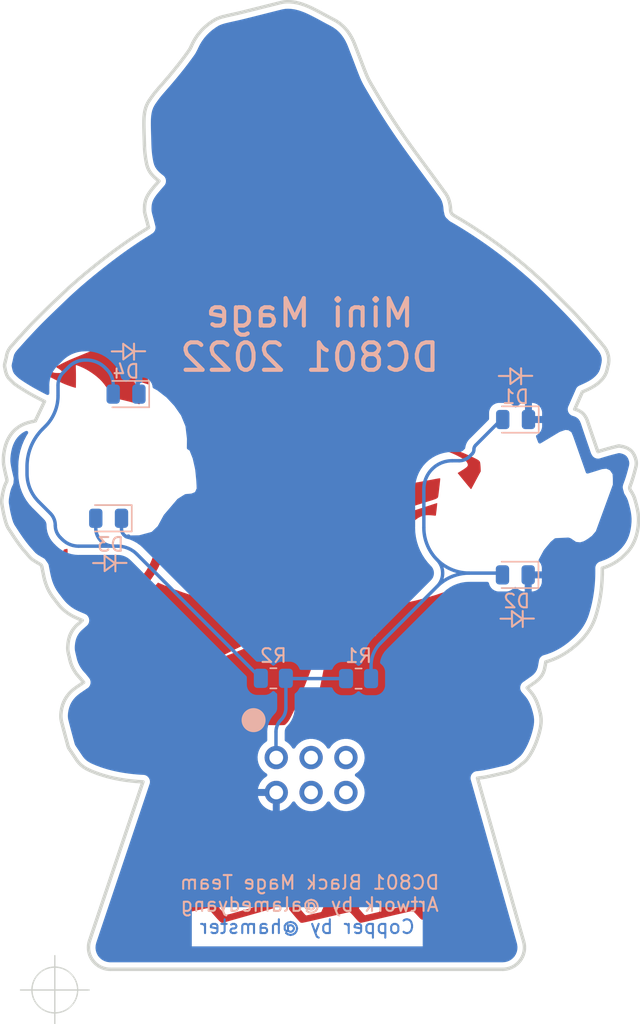
<source format=kicad_pcb>
(kicad_pcb (version 20211014) (generator pcbnew)
  (title_block (title "Mini Mage 2022 SAO") (date "2022-07-11") (rev "1.0") (company "DC801") (comment 1 "@hamster"))
  (layers (0 "F.Cu" signal) (31 "B.Cu" signal) (34 "B.Paste" user) (35 "F.Paste" user) (36 "B.SilkS" user "B.Silkscreen") (37 "F.SilkS" user "F.Silkscreen") (38 "B.Mask" user) (39 "F.Mask" user) (44 "Edge.Cuts" user))
  (net 0 "")
  (net 1 "GND")
  (net 2 "Net-(D1-Pad2)")
  (net 3 "Net-(D3-Pad2)")
  (net 4 "+3V3")
  (footprint "lib_fp:back-soldermask" (layer "F.Cu") (at 134.884562 90.10962)
    (fp_text reference "G***" hide)
    (fp_text value "LOGO" hide)
  )
  (footprint "lib_fp:front-soldermask" (layer "F.Cu") (at 134.885315 90.08479)
    (fp_text reference "G***" hide)
    (fp_text value "LOGO" hide)
  )
  (footprint "common_fp:Badgelife-Shitty-v1.69bis" (layer "F.Cu") (at 134.324562 113.99962)
    (fp_text reference "X1" hide)
    (fp_text value "Badgelife_sao_connector_v169bis" hide)
  )
  (footprint "lib_fp:front-copper" (layer "F.Cu") (at 134.905315 90.10479)
    (fp_text reference "G***" hide)
    (fp_text value "LOGO" hide)
  )
  (footprint "LED_SMD:LED_0805_2012Metric" (layer "B.Cu") (at 149.234562 88.11962 180)
    (fp_text reference "D1")
    (fp_text value "LED")
  )
  (footprint "Resistor_SMD:R_0805_2012Metric" (layer "B.Cu") (at 131.574562 106.95962 180)
    (fp_text reference "R2")
    (fp_text value "R")
  )
  (footprint "LED_SMD:LED_0805_2012Metric" (layer "B.Cu") (at 119.564562 95.30962 180)
    (fp_text reference "D3")
    (fp_text value "LED")
  )
  (footprint "LED_SMD:LED_0805_2012Metric" (layer "B.Cu") (at 149.214562 99.42962 180)
    (fp_text reference "D2")
    (fp_text value "LED")
  )
  (footprint "Resistor_SMD:R_0805_2012Metric" (layer "B.Cu") (at 137.784562 106.97962)
    (fp_text reference "R1")
    (fp_text value "R")
  )
  (footprint "LED_SMD:LED_0805_2012Metric" (layer "B.Cu") (at 120.834562 86.26962 180)
    (fp_text reference "D4")
    (fp_text value "LED")
  )
  (gr_line (start 148.924562 102.61962) (end 148.134562 102.61962) (layer "B.SilkS") (width 0.15))
  (gr_line (start 121.394562 83.17962) (end 120.634562 83.73962) (layer "B.SilkS") (width 0.15))
  (gr_line (start 149.634562 84.38962) (end 149.634562 85.54962) (layer "B.SilkS") (width 0.15))
  (gr_line (start 120.034562 98.58962) (end 119.274562 99.14962) (layer "B.SilkS") (width 0.15))
  (gr_line (start 149.754562 102.05962) (end 149.754562 103.21962) (layer "B.SilkS") (width 0.15))
  (gr_line (start 121.394562 83.14962) (end 122.224562 83.14962) (layer "B.SilkS") (width 0.15))
  (gr_line (start 148.964562 102.06962) (end 148.974562 103.19962) (layer "B.SilkS") (width 0.15))
  (gr_line (start 119.264562 98.01962) (end 120.034562 98.58962) (layer "B.SilkS") (width 0.15))
  (gr_line (start 149.614562 84.96962) (end 148.854562 85.52962) (layer "B.SilkS") (width 0.15))
  (gr_line (start 120.624562 82.60962) (end 121.394562 83.17962) (layer "B.SilkS") (width 0.15))
  (gr_line (start 120.054562 98.00962) (end 120.054562 99.16962) (layer "B.SilkS") (width 0.15))
  (gr_line (start 148.844562 84.39962) (end 149.614562 84.96962) (layer "B.SilkS") (width 0.15))
  (gr_line (start 149.614562 84.93962) (end 150.444562 84.93962) (layer "B.SilkS") (width 0.15))
  (gr_line (start 148.804562 84.94962) (end 148.014562 84.94962) (layer "B.SilkS") (width 0.15))
  (gr_line (start 120.624562 82.60962) (end 120.634562 83.73962) (layer "B.SilkS") (width 0.15))
  (gr_line (start 149.734562 102.60962) (end 150.564562 102.60962) (layer "B.SilkS") (width 0.15))
  (gr_line (start 120.584562 83.15962) (end 119.794562 83.15962) (layer "B.SilkS") (width 0.15))
  (gr_line (start 148.844562 84.39962) (end 148.854562 85.52962) (layer "B.SilkS") (width 0.15))
  (gr_line (start 121.414562 82.59962) (end 121.414562 83.75962) (layer "B.SilkS") (width 0.15))
  (gr_line (start 120.034562 98.55962) (end 120.864562 98.55962) (layer "B.SilkS") (width 0.15))
  (gr_line (start 119.264562 98.01962) (end 119.274562 99.14962) (layer "B.SilkS") (width 0.15))
  (gr_line (start 149.734562 102.63962) (end 148.974562 103.19962) (layer "B.SilkS") (width 0.15))
  (gr_line (start 148.964562 102.06962) (end 149.734562 102.63962) (layer "B.SilkS") (width 0.15))
  (gr_line (start 119.224562 98.56962) (end 118.434562 98.56962) (layer "B.SilkS") (width 0.15))
  (gr_curve (pts (xy 155.554332 99.404131) (xy 155.557583 99.250738) (xy 155.554784 99.097195) (xy 155.554784 98.947247)) (layer "Edge.Cuts") (width 0.25))
  (gr_curve (pts (xy 116.187097 78.973251) (xy 115.636312 79.498908) (xy 115.085398 80.024629) (xy 114.54342 80.559308)) (layer "Edge.Cuts") (width 0.25))
  (gr_curve (pts (xy 150.144585 112.747761) (xy 150.528648 112.19674) (xy 150.780872 111.589757) (xy 150.953084 110.945632)) (layer "Edge.Cuts") (width 0.25))
  (gr_curve (pts (xy 112.121453 92.65422) (xy 111.918064 93.025278) (xy 111.847741 93.43602) (xy 111.786892 93.847128)) (layer "Edge.Cuts") (width 0.25))
  (gr_curve (pts (xy 116.722421 105.53877) (xy 116.83626 106.094399) (xy 117.108401 106.562243) (xy 117.502886 106.964996)) (layer "Edge.Cuts") (width 0.25))
  (gr_curve (pts (xy 117.189404 107.628091) (xy 116.555959 108.064606) (xy 116.18757 108.657959) (xy 116.097309 109.428304)) (layer "Edge.Cuts") (width 0.25))
  (gr_curve (pts (xy 147.077179 114.141108) (xy 147.588841 114.042859) (xy 148.094559 113.914055) (xy 148.603809 113.802951)) (layer "Edge.Cuts") (width 0.25))
  (gr_curve (pts (xy 149.560146 127.513828) (xy 149.860214 127.117297) (xy 149.957021 126.602945) (xy 149.821629 126.124421)) (layer "Edge.Cuts") (width 0.25))
  (gr_curve (pts (xy 154.477417 88.244864) (xy 154.324175 87.779195) (xy 154.034356 87.488213) (xy 153.54653 87.367204)) (layer "Edge.Cuts") (width 0.25))
  (gr_curve (pts (xy 146.459754 114.225729) (xy 146.66689 114.20495) (xy 146.873531 114.180232) (xy 147.077179 114.141108)) (layer "Edge.Cuts") (width 0.25))
  (gr_curve (pts (xy 156.002194 84.067923) (xy 156.072884 83.708233) (xy 156.003659 83.364951) (xy 155.837906 83.047464)) (layer "Edge.Cuts") (width 0.25))
  (gr_curve (pts (xy 111.781875 94.264975) (xy 111.833831 94.598374) (xy 111.88878 94.933065) (xy 111.974133 95.258971)) (layer "Edge.Cuts") (width 0.25))
  (gr_curve (pts (xy 155.962813 90.241555) (xy 155.721462 90.308541) (xy 155.482566 90.384311) (xy 155.246297 90.45513)) (layer "Edge.Cuts") (width 0.25))
  (gr_curve (pts (xy 155.500309 82.587953) (xy 154.642523 81.577269) (xy 153.759696 80.589431) (xy 152.821661 79.651612)) (layer "Edge.Cuts") (width 0.25))
  (gr_curve (pts (xy 117.736227 107.254513) (xy 117.537122 107.390487) (xy 117.3628 107.508611) (xy 117.189404 107.628091)) (layer "Edge.Cuts") (width 0.25))
  (gr_curve (pts (xy 116.582831 104.729388) (xy 116.572711 105.009991) (xy 116.667451 105.270461) (xy 116.722421 105.53877)) (layer "Edge.Cuts") (width 0.25))
  (gr_curve (pts (xy 152.821661 79.651612) (xy 152.058594 78.888738) (xy 151.300156 78.121085) (xy 150.488857 77.408725)) (layer "Edge.Cuts") (width 0.25))
  (gr_curve (pts (xy 117.502886 106.964996) (xy 117.585849 107.049702) (xy 117.652834 107.150062) (xy 117.736227 107.254513)) (layer "Edge.Cuts") (width 0.25))
  (gr_curve (pts (xy 122.06471 114.49563) (xy 122.06471 114.49563) (xy 118.178254 126.050007) (xy 118.178254 126.050007)) (layer "Edge.Cuts") (width 0.25))
  (gr_curve (pts (xy 137.521647 60.853642) (xy 137.221364 60.055392) (xy 136.751367 59.402288) (xy 135.970364 59.005413)) (layer "Edge.Cuts") (width 0.25))
  (gr_curve (pts (xy 121.54338 114.463311) (xy 121.717099 114.478556) (xy 121.890883 114.488266) (xy 122.06471 114.49563)) (layer "Edge.Cuts") (width 0.25))
  (gr_curve (pts (xy 149.397903 113.428146) (xy 149.658051 113.213646) (xy 149.945157 113.033898) (xy 150.144585 112.747761)) (layer "Edge.Cuts") (width 0.25))
  (gr_curve (pts (xy 117.637762 102.743118) (xy 117.550278 102.821214) (xy 117.472591 102.898556) (xy 117.386851 102.965628)) (layer "Edge.Cuts") (width 0.25))
  (gr_curve (pts (xy 114.135262 98.401307) (xy 114.276382 98.48048) (xy 114.408566 98.576662) (xy 114.553131 98.64832)) (layer "Edge.Cuts") (width 0.25))
  (gr_curve (pts (xy 154.101083 86.112651) (xy 154.493156 85.936241) (xy 154.890936 85.76896) (xy 155.227759 85.49374)) (layer "Edge.Cuts") (width 0.25))
  (gr_curve (pts (xy 158.00823 91.554223) (xy 158.083915 91.252432) (xy 158.004376 90.971097) (xy 157.885219 90.71644)) (layer "Edge.Cuts") (width 0.25))
  (gr_curve (pts (xy 116.686894 112.087681) (xy 116.869312 112.364365) (xy 117.057737 112.637109) (xy 117.240219 112.91375)) (layer "Edge.Cuts") (width 0.25))
  (gr_curve (pts (xy 123.073111 70.630672) (xy 123.121966 70.669473) (xy 123.170607 70.708553) (xy 123.232382 70.757947)) (layer "Edge.Cuts") (width 0.25))
  (gr_curve (pts (xy 111.910807 91.380891) (xy 111.962355 91.742239) (xy 112.054468 92.098053) (xy 112.135944 92.454706)) (layer "Edge.Cuts") (width 0.25))
  (gr_curve (pts (xy 116.123169 110.07764) (xy 116.276583 110.692611) (xy 116.445134 111.303814) (xy 116.610262 111.915792)) (layer "Edge.Cuts") (width 0.25))
  (gr_curve (pts (xy 119.6829 128.143591) (xy 119.6829 128.143591) (xy 148.294073 128.143591) (xy 148.294073 128.143591)) (layer "Edge.Cuts") (width 0.25))
  (gr_curve (pts (xy 112.492792 82.752047) (xy 112.301481 82.965535) (xy 112.162062 83.20428) (xy 112.120721 83.496381)) (layer "Edge.Cuts") (width 0.25))
  (gr_curve (pts (xy 151.046338 109.572567) (xy 150.90987 108.939919) (xy 150.714339 108.350183) (xy 150.269771 107.86479)) (layer "Edge.Cuts") (width 0.25))
  (gr_curve (pts (xy 122.188539 73.011255) (xy 122.225531 73.246576) (xy 122.303541 73.475438) (xy 122.363184 73.707272)) (layer "Edge.Cuts") (width 0.25))
  (gr_curve (pts (xy 118.62082 76.874456) (xy 117.782628 77.542589) (xy 116.962954 78.232792) (xy 116.187097 78.973251)) (layer "Edge.Cuts") (width 0.25))
  (gr_curve (pts (xy 135.970364 59.005413) (xy 135.587355 58.810765) (xy 135.214402 58.596394) (xy 134.833159 58.398129)) (layer "Edge.Cuts") (width 0.25))
  (gr_curve (pts (xy 123.227494 63.980001) (xy 122.961834 64.279919) (xy 122.714541 64.601109) (xy 122.496703 64.937114)) (layer "Edge.Cuts") (width 0.25))
  (gr_curve (pts (xy 155.695043 98.895506) (xy 156.3444 98.678702) (xy 156.896347 98.312467) (xy 157.3556 97.806834)) (layer "Edge.Cuts") (width 0.25))
  (gr_curve (pts (xy 127.889376 58.794982) (xy 127.68661 58.846938) (xy 127.480658 58.918704) (xy 127.301276 59.02421)) (layer "Edge.Cuts") (width 0.25))
  (gr_curve (pts (xy 153.994177 104.209953) (xy 154.480603 103.72019) (xy 154.848324 103.146538) (xy 155.060973 102.479589)) (layer "Edge.Cuts") (width 0.25))
  (gr_curve (pts (xy 122.136088 66.353048) (xy 122.125429 66.93008) (xy 122.159988 67.507865) (xy 122.172175 68.085393)) (layer "Edge.Cuts") (width 0.25))
  (gr_curve (pts (xy 148.603809 113.802951) (xy 148.8983 113.7387) (xy 149.164003 113.620985) (xy 149.397903 113.428146)) (layer "Edge.Cuts") (width 0.25))
  (gr_curve (pts (xy 122.363184 73.707272) (xy 122.401145 73.854765) (xy 122.43762 74.002645) (xy 122.472781 74.142452)) (layer "Edge.Cuts") (width 0.25))
  (gr_curve (pts (xy 127.301276 59.02421) (xy 126.525333 59.480556) (xy 125.945653 60.117317) (xy 125.588138 60.950298)) (layer "Edge.Cuts") (width 0.25))
  (gr_curve (pts (xy 155.912105 84.459199) (xy 155.937556 84.327877) (xy 155.976399 84.199181) (xy 156.002194 84.067923)) (layer "Edge.Cuts") (width 0.25))
  (gr_curve (pts (xy 122.192996 72.48928) (xy 122.189185 72.663558) (xy 122.161904 72.84167) (xy 122.188539 73.011255)) (layer "Edge.Cuts") (width 0.25))
  (gr_curve (pts (xy 156.783327 90.044711) (xy 156.749651 90.040534) (xy 156.713068 90.04975) (xy 156.67922 90.058233)) (layer "Edge.Cuts") (width 0.25))
  (gr_curve (pts (xy 114.885131 86.805051) (xy 114.885131 86.805051) (xy 114.216093 88.223569) (xy 114.216093 88.223569)) (layer "Edge.Cuts") (width 0.25))
  (gr_curve (pts (xy 144.495209 72.856678) (xy 144.473398 72.421153) (xy 144.380811 72.002531) (xy 144.120706 71.644305)) (layer "Edge.Cuts") (width 0.25))
  (gr_curve (pts (xy 157.3556 97.806834) (xy 157.923481 97.181592) (xy 158.1478 96.423607) (xy 158.194395 95.600229)) (layer "Edge.Cuts") (width 0.25))
  (gr_curve (pts (xy 113.545376 97.831703) (xy 113.729538 98.034318) (xy 113.888163 98.262728) (xy 114.135262 98.401307)) (layer "Edge.Cuts") (width 0.25))
  (gr_curve (pts (xy 125.391143 61.297822) (xy 124.726713 62.237558) (xy 123.99026 63.118878) (xy 123.227494 63.980001)) (layer "Edge.Cuts") (width 0.25))
  (gr_curve (pts (xy 137.787329 61.54335) (xy 137.698811 61.313411) (xy 137.608399 61.084226) (xy 137.521647 60.853642)) (layer "Edge.Cuts") (width 0.25))
  (gr_curve (pts (xy 138.359301 63.020715) (xy 138.1597 62.531899) (xy 137.977046 62.036192) (xy 137.787329 61.54335)) (layer "Edge.Cuts") (width 0.25))
  (gr_curve (pts (xy 114.841378 99.563101) (xy 114.963485 100.136408) (xy 115.185844 100.664326) (xy 115.553393 101.126421)) (layer "Edge.Cuts") (width 0.25))
  (gr_curve (pts (xy 148.294073 128.143591) (xy 148.791545 128.143591) (xy 149.260078 127.910703) (xy 149.560146 127.513828)) (layer "Edge.Cuts") (width 0.25))
  (gr_curve (pts (xy 114.54342 80.559308) (xy 114.187176 80.910729) (xy 113.842171 81.273929) (xy 113.500525 81.639669)) (layer "Edge.Cuts") (width 0.25))
  (gr_curve (pts (xy 138.690482 63.680386) (xy 138.566157 63.468491) (xy 138.452081 63.24794) (xy 138.359301 63.020715)) (layer "Edge.Cuts") (width 0.25))
  (gr_curve (pts (xy 118.178254 126.050007) (xy 118.015301 126.534387) (xy 118.095572 127.067688) (xy 118.393745 127.482478)) (layer "Edge.Cuts") (width 0.25))
  (gr_curve (pts (xy 133.206321 57.760506) (xy 132.84127 57.69324) (xy 132.477252 57.675649) (xy 132.116809 57.764188)) (layer "Edge.Cuts") (width 0.25))
  (gr_curve (pts (xy 122.338853 69.529964) (xy 122.441474 69.996193) (xy 122.710256 70.342598) (xy 123.073111 70.630672)) (layer "Edge.Cuts") (width 0.25))
  (gr_curve (pts (xy 111.915243 90.66724) (xy 111.885012 90.902023) (xy 111.877519 91.147422) (xy 111.910807 91.380891)) (layer "Edge.Cuts") (width 0.25))
  (gr_curve (pts (xy 116.097309 109.428304) (xy 116.071342 109.649974) (xy 116.070674 109.867166) (xy 116.123169 110.07764)) (layer "Edge.Cuts") (width 0.25))
  (gr_curve (pts (xy 122.172175 68.085393) (xy 122.182446 68.572314) (xy 122.233885 69.05312) (xy 122.338853 69.529964)) (layer "Edge.Cuts") (width 0.25))
  (gr_curve (pts (xy 115.553393 101.126421) (xy 115.654334 101.253329) (xy 115.747589 101.386331) (xy 115.847432 101.514101)) (layer "Edge.Cuts") (width 0.25))
  (gr_curve (pts (xy 111.97747 84.23979) (xy 112.040838 84.563155) (xy 112.079251 84.901011) (xy 112.323939 85.154699)) (layer "Edge.Cuts") (width 0.25))
  (gr_curve (pts (xy 112.120721 83.496381) (xy 112.098091 83.656126) (xy 112.045381 83.811414) (xy 112.011856 83.96991)) (layer "Edge.Cuts") (width 0.25))
  (gr_curve (pts (xy 116.610262 111.915792) (xy 116.626454 111.97578) (xy 116.652744 112.035897) (xy 116.686894 112.087681)) (layer "Edge.Cuts") (width 0.25))
  (gr_curve (pts (xy 144.730639 73.261907) (xy 144.555111 73.160879) (xy 144.504102 73.034337) (xy 144.495209 72.856678)) (layer "Edge.Cuts") (width 0.25))
  (gr_curve (pts (xy 156.67922 90.058233) (xy 156.440131 90.118178) (xy 156.200287 90.175625) (xy 155.962813 90.241555)) (layer "Edge.Cuts") (width 0.25))
  (gr_curve (pts (xy 144.120706 71.644305) (xy 143.486809 70.771254) (xy 142.844104 69.904554) (xy 142.203876 69.036131)) (layer "Edge.Cuts") (width 0.25))
  (gr_curve (pts (xy 132.116809 57.764188) (xy 131.166264 57.997679) (xy 130.218777 58.243659) (xy 129.26834 58.47756)) (layer "Edge.Cuts") (width 0.25))
  (gr_curve (pts (xy 151.361306 106.195814) (xy 151.38764 106.051572) (xy 151.414598 105.907438) (xy 151.441276 105.763347)) (layer "Edge.Cuts") (width 0.25))
  (gr_curve (pts (xy 155.227759 85.49374) (xy 155.562019 85.22063) (xy 155.826861 84.899203) (xy 155.912105 84.459199)) (layer "Edge.Cuts") (width 0.25))
  (gr_curve (pts (xy 155.060973 102.479589) (xy 155.380161 101.478488) (xy 155.532133 100.452022) (xy 155.554332 99.404131)) (layer "Edge.Cuts") (width 0.25))
  (gr_curve (pts (xy 111.974133 95.258971) (xy 112.04691 95.536775) (xy 112.116824 95.833677) (xy 112.270195 96.068439)) (layer "Edge.Cuts") (width 0.25))
  (gr_curve (pts (xy 157.623715 93.296149) (xy 157.549688 93.182762) (xy 157.529728 93.093233) (xy 157.579295 92.967896)) (layer "Edge.Cuts") (width 0.25))
  (gr_curve (pts (xy 158.194395 95.600229) (xy 158.228437 94.998801) (xy 158.079307 94.424203) (xy 157.907203 93.85757)) (layer "Edge.Cuts") (width 0.25))
  (gr_curve (pts (xy 118.150801 113.645833) (xy 119.230494 114.128706) (xy 120.370885 114.360453) (xy 121.54338 114.463311)) (layer "Edge.Cuts") (width 0.25))
  (gr_curve (pts (xy 116.755904 103.799513) (xy 116.635993 104.090753) (xy 116.59435 104.410049) (xy 116.582831 104.729388)) (layer "Edge.Cuts") (width 0.25))
  (gr_curve (pts (xy 117.240219 112.91375) (xy 117.465809 113.255719) (xy 117.784867 113.482191) (xy 118.150801 113.645833)) (layer "Edge.Cuts") (width 0.25))
  (gr_curve (pts (xy 118.393745 127.482478) (xy 118.69209 127.897612) (xy 119.17182 128.143591) (xy 119.6829 128.143591)) (layer "Edge.Cuts") (width 0.25))
  (gr_curve (pts (xy 122.200619 72.447723) (xy 122.199068 72.461697) (xy 122.193298 72.475392) (xy 122.192996 72.48928)) (layer "Edge.Cuts") (width 0.25))
  (gr_curve (pts (xy 122.496703 64.937114) (xy 122.221225 65.362088) (xy 122.145239 65.858246) (xy 122.136088 66.353048)) (layer "Edge.Cuts") (width 0.25))
  (gr_curve (pts (xy 134.833159 58.398129) (xy 134.313897 58.128076) (xy 133.790824 57.868208) (xy 133.206321 57.760506)) (layer "Edge.Cuts") (width 0.25))
  (gr_curve (pts (xy 112.270195 96.068439) (xy 112.666661 96.675228) (xy 113.054601 97.291771) (xy 113.545376 97.831703)) (layer "Edge.Cuts") (width 0.25))
  (gr_curve (pts (xy 113.500525 81.639669) (xy 113.159009 82.005236) (xy 112.826686 82.379438) (xy 112.492792 82.752047)) (layer "Edge.Cuts") (width 0.25))
  (gr_curve (pts (xy 122.830124 71.229128) (xy 122.523446 71.585394) (xy 122.254362 71.960845) (xy 122.200619 72.447723)) (layer "Edge.Cuts") (width 0.25))
  (gr_curve (pts (xy 117.091197 102.505449) (xy 117.26201 102.584299) (xy 117.436202 102.655763) (xy 117.637762 102.743118)) (layer "Edge.Cuts") (width 0.25))
  (gr_curve (pts (xy 142.203876 69.036131) (xy 141.358321 67.889194) (xy 140.543986 66.720661) (xy 139.789231 65.511885)) (layer "Edge.Cuts") (width 0.25))
  (gr_curve (pts (xy 111.786892 93.847128) (xy 111.76663 93.984049) (xy 111.760687 94.128958) (xy 111.781875 94.264975)) (layer "Edge.Cuts") (width 0.25))
  (gr_curve (pts (xy 139.789231 65.511885) (xy 139.412208 64.908089) (xy 139.05071 64.294453) (xy 138.690482 63.680386)) (layer "Edge.Cuts") (width 0.25))
  (gr_curve (pts (xy 149.821629 126.124421) (xy 149.821629 126.124421) (xy 146.459754 114.225729) (xy 146.459754 114.225729)) (layer "Edge.Cuts") (width 0.25))
  (gr_curve (pts (xy 150.953084 110.945632) (xy 151.073662 110.494626) (xy 151.149584 110.051199) (xy 151.046338 109.572567)) (layer "Edge.Cuts") (width 0.25))
  (gr_curve (pts (xy 112.011856 83.96991) (xy 111.993016 84.058901) (xy 111.96089 84.15517) (xy 111.97747 84.23979)) (layer "Edge.Cuts") (width 0.25))
  (gr_curve (pts (xy 114.216093 88.223569) (xy 114.024115 88.268958) (xy 113.828132 88.301557) (xy 113.64059 88.360856)) (layer "Edge.Cuts") (width 0.25))
  (gr_curve (pts (xy 117.386851 102.965628) (xy 117.102372 103.188159) (xy 116.890068 103.473693) (xy 116.755904 103.799513)) (layer "Edge.Cuts") (width 0.25))
  (gr_curve (pts (xy 122.472781 74.142452) (xy 122.408358 74.1867) (xy 122.368976 74.216543) (xy 122.327032 74.242187)) (layer "Edge.Cuts") (width 0.25))
  (gr_curve (pts (xy 113.64059 88.360856) (xy 112.87552 88.602723) (xy 112.36345 89.116732) (xy 112.095572 89.86464)) (layer "Edge.Cuts") (width 0.25))
  (gr_curve (pts (xy 157.885219 90.71644) (xy 157.673669 90.264336) (xy 157.251881 90.102847) (xy 156.783327 90.044711)) (layer "Edge.Cuts") (width 0.25))
  (gr_curve (pts (xy 157.579295 92.967896) (xy 157.760808 92.508708) (xy 157.888212 92.032897) (xy 158.00823 91.554223)) (layer "Edge.Cuts") (width 0.25))
  (gr_curve (pts (xy 151.441276 105.763347) (xy 152.438351 105.487696) (xy 153.273614 104.935447) (xy 153.994177 104.209953)) (layer "Edge.Cuts") (width 0.25))
  (gr_curve (pts (xy 114.700366 98.859246) (xy 114.745109 99.094309) (xy 114.791532 99.329093) (xy 114.841378 99.563101)) (layer "Edge.Cuts") (width 0.25))
  (gr_curve (pts (xy 114.553131 98.64832) (xy 114.648539 98.695583) (xy 114.682451 98.765131) (xy 114.700366 98.859246)) (layer "Edge.Cuts") (width 0.25))
  (gr_curve (pts (xy 112.135944 92.454706) (xy 112.152438 92.526924) (xy 112.159651 92.584522) (xy 112.121453 92.65422)) (layer "Edge.Cuts") (width 0.25))
  (gr_curve (pts (xy 150.269771 107.86479) (xy 150.209223 107.798688) (xy 150.152681 107.728946) (xy 150.082831 107.647556)) (layer "Edge.Cuts") (width 0.25))
  (gr_curve (pts (xy 157.907203 93.85757) (xy 157.847022 93.659413) (xy 157.73792 93.471052) (xy 157.623715 93.296149)) (layer "Edge.Cuts") (width 0.25))
  (gr_curve (pts (xy 112.323939 85.154699) (xy 112.464994 85.300965) (xy 112.603207 85.456339) (xy 112.767409 85.57274)) (layer "Edge.Cuts") (width 0.25))
  (gr_curve (pts (xy 115.847432 101.514101) (xy 116.182963 101.943446) (xy 116.595922 102.276803) (xy 117.091197 102.505449)) (layer "Edge.Cuts") (width 0.25))
  (gr_curve (pts (xy 155.554784 98.947247) (xy 155.616451 98.924402) (xy 155.655359 98.908748) (xy 155.695043 98.895506)) (layer "Edge.Cuts") (width 0.25))
  (gr_curve (pts (xy 125.588138 60.950298) (xy 125.535902 61.072039) (xy 125.46771 61.189517) (xy 125.391143 61.297822)) (layer "Edge.Cuts") (width 0.25))
  (gr_curve (pts (xy 112.095572 89.86464) (xy 112.003674 90.121235) (xy 111.950168 90.396068) (xy 111.915243 90.66724)) (layer "Edge.Cuts") (width 0.25))
  (gr_curve (pts (xy 155.246297 90.45513) (xy 155.225562 90.420614) (xy 155.211114 90.403905) (xy 155.204483 90.384527)) (layer "Edge.Cuts") (width 0.25))
  (gr_curve (pts (xy 155.204483 90.384527) (xy 154.961044 89.671672) (xy 154.712911 88.960346) (xy 154.477417 88.244864)) (layer "Edge.Cuts") (width 0.25))
  (gr_curve (pts (xy 150.488857 77.408725) (xy 148.703286 75.840884) (xy 146.790913 74.447687) (xy 144.730639 73.261907)) (layer "Edge.Cuts") (width 0.25))
  (gr_curve (pts (xy 123.232382 70.757947) (xy 123.093652 70.920534) (xy 122.962501 71.075348) (xy 122.830124 71.229128)) (layer "Edge.Cuts") (width 0.25))
  (gr_curve (pts (xy 150.082831 107.647556) (xy 150.287212 107.503443) (xy 150.474431 107.368374) (xy 150.664794 107.237891)) (layer "Edge.Cuts") (width 0.25))
  (gr_curve (pts (xy 150.664794 107.237891) (xy 151.036498 106.983104) (xy 151.279507 106.643719) (xy 151.361306 106.195814)) (layer "Edge.Cuts") (width 0.25))
  (gr_curve (pts (xy 122.327032 74.242187) (xy 121.031138 75.034452) (xy 119.807418 75.928562) (xy 118.62082 76.874456)) (layer "Edge.Cuts") (width 0.25))
  (gr_curve (pts (xy 129.26834 58.47756) (xy 128.810357 58.590257) (xy 128.346152 58.677935) (xy 127.889376 58.794982)) (layer "Edge.Cuts") (width 0.25))
  (gr_curve (pts (xy 153.54653 87.367204) (xy 153.54653 87.367204) (xy 154.101083 86.112651) (xy 154.101083 86.112651)) (layer "Edge.Cuts") (width 0.25))
  (gr_curve (pts (xy 112.767409 85.57274) (xy 113.435843 86.046527) (xy 114.155761 86.434746) (xy 114.885131 86.805051)) (layer "Edge.Cuts") (width 0.25))
  (gr_curve (pts (xy 155.837906 83.047464) (xy 155.750918 82.880829) (xy 155.623255 82.732797) (xy 155.500309 82.587953)) (layer "Edge.Cuts") (width 0.25))
  (gr_text "Copper by @hamster" (at 134.044562 125.04962) (layer "B.Cu") (effects (font (size 1 1)) (justify mirror)))
  (gr_text "DC801 Black Mage Team\nArtwork by @alamedyang" (at 134.214562 122.62962) (layer "B.SilkS") (effects (font (size 1 1)) (justify mirror)))
  (gr_text "Mini Mage\nDC801 2022" (at 134.224562 81.97962) (layer "B.SilkS") (effects (font (size 2 2) (thickness 0.3)) (justify mirror)))
  (target plus (at 115.64 129.65) (size 5) (width 0.1) (layer "Edge.Cuts"))
  (segment (start 120.502062 96.073722) (end 120.502062 95.30962) (width 0.25) (layer "B.Cu") (net 1))
  (segment (start 121.137959 96.70962) (end 121.544562 96.70962) (width 0.25) (layer "B.Cu") (net 1))
  (arc (start 120.688312 96.52337) (mid 120.894611 96.661215) (end 121.137959 96.70962) (width 0.25) (layer "B.Cu") (net 1))
  (arc (start 120.688312 96.52337) (mid 120.550466 96.317069) (end 120.502062 96.073722) (width 0.25) (layer "B.Cu") (net 1))
  (segment (start 146.325376 89.988805) (end 148.158322 88.155859) (width 0.25) (layer "B.Cu") (net 2))
  (segment (start 143.514561 100.269619) (end 139.366161 104.41802) (width 0.25) (layer "B.Cu") (net 2))
  (segment (start 145.879561 90.804619) (end 146.063747 90.620434) (width 0.25) (layer "B.Cu") (net 2))
  (segment (start 148.245812 88.11962) (end 148.297062 88.11962) (width 0.25) (layer "B.Cu") (net 2))
  (segment (start 148.212062 99.36462) (end 148.277062 99.42962) (width 0.25) (layer "B.Cu") (net 2))
  (segment (start 145.856349 99.29962) (end 148.055138 99.29962) (width 0.25) (layer "B.Cu") (net 2))
  (segment (start 138.697062 106.03337) (end 138.697062 106.97962) (width 0.25) (layer "B.Cu") (net 2))
  (segment (start 145.119084 91.11962) (end 144.610161 91.11962) (width 0.25) (layer "B.Cu") (net 2))
  (segment (start 142.544562 95.987832) (end 142.544562 93.185219) (width 0.25) (layer "B.Cu") (net 2))
  (arc (start 143.514561 100.269619) (mid 143.916348 99.299619) (end 143.514562 98.32962) (width 0.25) (layer "B.Cu") (net 2))
  (arc (start 146.194562 90.30462) (mid 146.160564 90.475537) (end 146.063747 90.620434) (width 0.25) (layer "B.Cu") (net 2))
  (arc (start 142.544562 95.987832) (mid 142.796656 97.255198) (end 143.514562 98.32962) (width 0.25) (layer "B.Cu") (net 2))
  (arc (start 145.119084 91.11962) (mid 145.530651 91.037753) (end 145.879561 90.804619) (width 0.25) (layer "B.Cu") (net 2))
  (arc (start 144.610161 91.11962) (mid 143.81969 91.276854) (end 143.149562 91.72462) (width 0.25) (layer "B.Cu") (net 2))
  (arc (start 145.856349 99.29962) (mid 144.588982 99.551714) (end 143.514561 100.269619) (width 0.25) (layer "B.Cu") (net 2))
  (arc (start 145.856349 99.29962) (mid 144.588983 99.047525) (end 143.514562 98.32962) (width 0.25) (layer "B.Cu") (net 2))
  (arc (start 148.245812 88.11962) (mid 148.198462 88.129038) (end 148.158322 88.155859) (width 0.25) (layer "B.Cu") (net 2))
  (arc (start 146.325376 89.988805) (mid 146.228559 90.133702) (end 146.194562 90.30462) (width 0.25) (layer "B.Cu") (net 2))
  (arc (start 142.544562 93.185219) (mid 142.701796 92.394748) (end 143.149562 91.72462) (width 0.25) (layer "B.Cu") (net 2))
  (arc (start 148.055138 99.29962) (mid 148.140064 99.316512) (end 148.212062 99.36462) (width 0.25) (layer "B.Cu") (net 2))
  (arc (start 139.366161 104.41802) (mid 138.870955 105.159148) (end 138.697062 106.03337) (width 0.25) (layer "B.Cu") (net 2))
  (segment (start 119.937266 97.33962) (end 118.851857 97.33962) (width 0.25) (layer "B.Cu") (net 3))
  (segment (start 121.624541 97.922099) (end 130.662062 106.95962) (width 0.25) (layer "B.Cu") (net 3))
  (segment (start 118.851857 97.33962) (end 117.381668 97.33962) (width 0.25) (layer "B.Cu") (net 3))
  (segment (start 117.850178 83.78962) (end 117.949562 83.78962) (width 0.25) (layer "B.Cu") (net 3))
  (segment (start 119.897062 85.60587) (end 119.897062 86.26962) (width 0.25) (layer "B.Cu") (net 3))
  (segment (start 113.614562 91.547681) (end 113.614562 92.05048) (width 0.25) (layer "B.Cu") (net 3))
  (segment (start 116.268624 84.675556) (end 116.662686 84.281494) (width 0.25) (layer "B.Cu") (net 3))
  (segment (start 116.174562 96.83962) (end 116.038721 96.703779) (width 0.25) (layer "B.Cu") (net 3))
  (segment (start 114.462482 94.09754) (end 115.310402 94.94546) (width 0.25) (layer "B.Cu") (net 3))
  (segment (start 114.744561 88.819619) (end 114.948251 88.61593) (width 0.25) (layer "B.Cu") (net 3))
  (segment (start 119.937266 97.33962) (end 120.218312 97.33962) (width 0.25) (layer "B.Cu") (net 3))
  (segment (start 115.874562 86.379619) (end 115.874562 85.626905) (width 0.25) (layer "B.Cu") (net 3))
  (segment (start 119.306711 84.351769) (end 119.427719 84.472777) (width 0.25) (layer "B.Cu") (net 3))
  (segment (start 118.627062 96.029415) (end 118.627062 95.30962) (width 0.25) (layer "B.Cu") (net 3))
  (arc (start 119.010812 96.95587) (mid 118.726795 96.530808) (end 118.627062 96.029415) (width 0.25) (layer "B.Cu") (net 3))
  (arc (start 119.010812 96.95587) (mid 119.059541 97.200849) (end 118.851857 97.33962) (width 0.25) (layer "B.Cu") (net 3))
  (arc (start 114.744561 88.819619) (mid 113.908239 90.071264) (end 113.614562 91.547681) (width 0.25) (layer "B.Cu") (net 3))
  (arc (start 115.674562 95.82462) (mid 115.769203 96.300417) (end 116.038721 96.703779) (width 0.25) (layer "B.Cu") (net 3))
  (arc (start 119.937266 97.33962) (mid 119.435872 97.239886) (end 119.010812 96.95587) (width 0.25) (layer "B.Cu") (net 3))
  (arc (start 117.850178 83.78962) (mid 117.207512 83.917453) (end 116.662686 84.281494) (width 0.25) (layer "B.Cu") (net 3))
  (arc (start 121.624541 97.922099) (mid 120.979357 97.491001) (end 120.218312 97.33962) (width 0.25) (layer "B.Cu") (net 3))
  (arc (start 117.949562 83.78962) (mid 118.684045 83.935717) (end 119.306711 84.351769) (width 0.25) (layer "B.Cu") (net 3))
  (arc (start 116.174562 96.83962) (mid 116.728387 97.209674) (end 117.381668 97.33962) (width 0.25) (layer "B.Cu") (net 3))
  (arc (start 115.310402 94.94546) (mid 115.579919 95.348822) (end 115.674562 95.82462) (width 0.25) (layer "B.Cu") (net 3))
  (arc (start 115.874562 86.379619) (mid 115.633821 87.589901) (end 114.948251 88.61593) (width 0.25) (layer "B.Cu") (net 3))
  (arc (start 113.614562 92.05048) (mid 113.834929 93.15834) (end 114.462482 94.09754) (width 0.25) (layer "B.Cu") (net 3))
  (arc (start 116.268624 84.675556) (mid 115.976975 85.112038) (end 115.874562 85.626905) (width 0.25) (layer "B.Cu") (net 3))
  (arc (start 119.897062 85.60587) (mid 119.775083 84.992644) (end 119.427719 84.472777) (width 0.25) (layer "B.Cu") (net 3))
  (segment (start 132.487062 109.116235) (end 132.487062 106.973762) (width 0.25) (layer "B.Cu") (net 4))
  (segment (start 131.764562 110.860504) (end 131.764562 112.70962) (width 0.25) (layer "B.Cu") (net 4))
  (segment (start 131.764562 112.70962) (end 131.784562 112.72962) (width 0.25) (layer "B.Cu") (net 4))
  (segment (start 132.521204 106.97962) (end 136.872062 106.97962) (width 0.25) (layer "B.Cu") (net 4))
  (arc (start 132.497062 106.96962) (mid 132.490678 106.96835) (end 132.487062 106.973762) (width 0.25) (layer "B.Cu") (net 4))
  (arc (start 131.764562 110.860504) (mid 131.858447 110.388508) (end 132.125812 109.98837) (width 0.25) (layer "B.Cu") (net 4))
  (arc (start 132.487062 109.116235) (mid 132.393176 109.588231) (end 132.125812 109.98837) (width 0.25) (layer "B.Cu") (net 4))
  (arc (start 132.497062 106.96962) (mid 132.508138 106.977021) (end 132.521204 106.97962) (width 0.25) (layer "B.Cu") (net 4))
  (zone (net 0) (net_name "") (layer "B.Cu") (connect_pads (clearance 0)) (min_thickness 0.254)
    (keepout (tracks allowed) (vias allowed) (pads allowed) (copperpour not_allowed) (footprints allowed))
    (fill (thermal_gap 0.508) (thermal_bridge_width 0.508))
    (polygon (pts (xy 118.034562 84.31962) (xy 118.564562 84.73962) (xy 119.484562 85.71962) (xy 120.044562 86.47962) (xy 120.524562 87.14962) (xy 121.004562 87.43962) (xy 121.524562 87.50962) (xy 121.724562 87.32962) (xy 121.634562 86.30962) (xy 121.684562 85.80962) (xy 121.884562 85.45962) (xy 122.094562 85.47962) (xy 122.324562 85.57962) (xy 123.114562 85.99962) (xy 123.784562 86.51962) (xy 124.354562 87.12962) (xy 124.844562 87.82962) (xy 125.164562 88.60962) (xy 125.274562 89.51962) (xy 125.264562 90.25962) (xy 125.464562 90.37962) (xy 125.694562 90.95962) (xy 125.874562 91.74962) (xy 125.954562 92.56962) (xy 125.984562 93.12962) (xy 125.864562 93.39962) (xy 125.604562 93.50962) (xy 125.144562 93.54962) (xy 124.584562 93.89962) (xy 123.584562 95.06962) (xy 123.144562 95.87962) (xy 122.704562 96.29962) (xy 121.784562 96.54962) (xy 121.144562 96.55962) (xy 120.834562 96.15962) (xy 120.644562 95.33962) (xy 120.274562 94.77962) (xy 119.854562 94.61962) (xy 119.384562 94.69962) (xy 119.044562 95.00962) (xy 118.684562 95.71962) (xy 118.414562 96.41962) (xy 118.034562 96.60962) (xy 117.514562 96.58962) (xy 116.624562 96.08962) (xy 116.324562 95.72962) (xy 116.014562 94.86962) (xy 115.574562 94.02962) (xy 115.014562 93.28962) (xy 114.344562 92.73962) (xy 114.234562 92.23962) (xy 114.344562 91.61962) (xy 114.594562 90.78962) (xy 115.104562 89.94962) (xy 116.104562 88.48962) (xy 116.624562 87.60962) (xy 116.954562 86.43962) (xy 116.994562 85.67962) (xy 116.994562 84.73962) (xy 117.204562 84.37962) (xy 117.564562 84.22962)))
  )
  (zone (net 1) (net_name "GND") (layer "B.Cu") (connect_pads (clearance 0.508)) (min_thickness 0.254) (fill yes (thermal_gap 0.508) (thermal_bridge_width 0.508))
    (polygon (pts (xy 133.344562 57.74962) (xy 134.924562 58.41962) (xy 136.374562 59.20962) (xy 137.224562 60.18962) (xy 138.284562 63.00962) (xy 140.144562 66.13962) (xy 144.134562 71.66962) (xy 144.364562 72.23962) (xy 144.624562 73.16962) (xy 147.924562 75.33962) (xy 150.474562 77.39962) (xy 152.664562 79.49962) (xy 155.254562 82.30962) (xy 155.784562 82.92962) (xy 156.004562 83.52962) (xy 155.994562 84.14962) (xy 155.744562 84.89962) (xy 155.304562 85.45962) (xy 154.644562 85.84962) (xy 154.134562 86.09962) (xy 153.574562 87.33962) (xy 154.134562 87.69962) (xy 154.444562 88.09962) (xy 154.844562 89.45962) (xy 155.274562 90.42962) (xy 156.664562 90.04962) (xy 156.984562 90.03962) (xy 157.514562 90.24962) (xy 157.884562 90.66962) (xy 158.044562 91.26962) (xy 157.854562 92.11962) (xy 157.544562 93.11962) (xy 157.964562 94.02962) (xy 158.094562 94.49962) (xy 158.184562 95.24962) (xy 158.174562 96.10962) (xy 157.954562 96.83962) (xy 157.574562 97.52962) (xy 156.904562 98.21962) (xy 156.254562 98.67962) (xy 155.564562 98.93962) (xy 155.494562 100.05962) (xy 155.424562 100.91962) (xy 155.254562 101.91962) (xy 154.944562 102.83962) (xy 154.464562 103.63962) (xy 153.834562 104.37962) (xy 153.094562 104.99962) (xy 152.164562 105.51962) (xy 151.444562 105.76962) (xy 151.354562 106.19962) (xy 151.154562 106.69962) (xy 150.804562 107.10962) (xy 150.084562 107.65962) (xy 150.684562 108.46962) (xy 150.954562 109.29962) (xy 151.114562 110.03962) (xy 151.004562 110.72962) (xy 150.684562 111.76962) (xy 150.234562 112.60962) (xy 149.684562 113.20962) (xy 149.034562 113.64962) (xy 148.264562 113.85962) (xy 146.814562 114.18962) (xy 146.464562 114.24962) (xy 149.714562 125.80962) (xy 149.874562 126.45962) (xy 149.744562 127.13962) (xy 149.464562 127.62962) (xy 148.884562 128.03962) (xy 148.104562 128.15962) (xy 119.704562 128.15962) (xy 119.444562 128.16962) (xy 118.764562 127.88962) (xy 118.344562 127.44962) (xy 118.104562 126.84962) (xy 118.134562 126.13962) (xy 122.064562 114.51962) (xy 119.914562 114.24962) (xy 118.674562 113.83962) (xy 117.954562 113.57962) (xy 117.394562 113.10962) (xy 116.814562 112.31962) (xy 116.634562 111.91962) (xy 116.064562 109.99962) (xy 116.094562 109.10962) (xy 116.434562 108.35962) (xy 116.894562 107.87962) (xy 117.704562 107.22962) (xy 116.824562 105.98962) (xy 116.614562 105.15962) (xy 116.594562 104.12962) (xy 116.954562 103.45962) (xy 117.594562 102.75962) (xy 117.094562 102.51962) (xy 116.224562 101.97962) (xy 115.594562 101.17962) (xy 115.034562 100.35962) (xy 114.844562 99.52962) (xy 114.744562 98.89962) (xy 114.444562 98.57962) (xy 113.874562 98.21962) (xy 112.964562 97.12962) (xy 112.134562 95.84962) (xy 111.794562 94.55962) (xy 111.834562 93.35962) (xy 112.134562 92.49962) (xy 111.954562 91.68962) (xy 111.884562 90.85962) (xy 112.084562 89.89962) (xy 112.634562 88.91962) (xy 113.504562 88.38962) (xy 114.244562 88.17962) (xy 114.874562 86.81962) (xy 114.544562 86.61962) (xy 113.044562 85.73962) (xy 112.384562 85.30962) (xy 112.104562 84.79962) (xy 111.974562 84.30962) (xy 112.034562 83.64962) (xy 112.254562 83.04962) (xy 113.244562 81.88962) (xy 114.774562 80.33962) (xy 116.354562 78.80962) (xy 118.254562 77.15962) (xy 120.734562 75.28962) (xy 122.474562 74.09962) (xy 122.174562 73.11962) (xy 122.144562 72.70962) (xy 122.264562 72.09962) (xy 122.544562 71.60962) (xy 122.984562 71.02962) (xy 123.194562 70.72962) (xy 122.684562 70.22962) (xy 122.354562 69.59962) (xy 122.224562 69.03962) (xy 122.134562 66.41962) (xy 122.134562 65.80962) (xy 122.294562 65.28962) (xy 122.644562 64.72962) (xy 125.514562 61.12962) (xy 125.864562 60.35962) (xy 126.414562 59.73962) (xy 127.174562 59.10962) (xy 128.014562 58.76962) (xy 132.704562 57.67962)))
  )
  (zone (net 0) (net_name "") (layer "B.Cu") (connect_pads (clearance 0)) (min_thickness 0.254)
    (keepout (tracks allowed) (vias allowed) (pads allowed) (copperpour not_allowed) (footprints allowed))
    (fill (thermal_gap 0.508) (thermal_bridge_width 0.508))
    (polygon (pts (xy 149.534562 87.47962) (xy 150.004562 87.92962) (xy 150.614562 89.08962) (xy 150.934562 89.92962) (xy 152.454562 89.01962) (xy 152.864562 88.87962) (xy 153.084562 88.89962) (xy 153.304562 89.04962) (xy 153.424562 89.32962) (xy 154.394562 92.08962) (xy 155.554562 91.72962) (xy 155.854562 91.69962) (xy 156.114562 91.81962) (xy 156.304562 92.09962) (xy 156.324562 92.43962) (xy 156.324562 92.85962) (xy 155.084562 96.24962) (xy 154.794562 96.58962) (xy 154.494562 96.80962) (xy 154.214562 96.97962) (xy 153.944562 97.05962) (xy 153.644562 97.02962) (xy 153.244562 96.75962) (xy 153.084562 96.70962) (xy 152.104562 96.75962) (xy 151.784562 97.02962) (xy 151.294562 97.61962) (xy 150.804562 98.52962) (xy 150.544562 99.04962) (xy 150.304562 99.18962) (xy 149.774562 99.19962) (xy 149.164562 99.22962) (xy 147.984562 99.20962) (xy 147.724562 98.93962) (xy 147.564562 98.45962) (xy 147.174562 97.69962) (xy 146.854562 97.23962) (xy 146.484562 96.93962) (xy 146.034562 96.74962) (xy 145.744562 96.70962) (xy 145.364562 96.94962) (xy 145.114562 97.27962) (xy 144.934562 97.69962) (xy 144.744562 97.89962) (xy 144.504562 98.03962) (xy 144.174562 98.04962) (xy 143.994562 97.99962) (xy 143.284562 97.04962) (xy 143.114562 96.64962) (xy 143.134562 96.15962) (xy 143.344562 94.29962) (xy 143.674562 92.01962) (xy 143.894562 91.72962) (xy 144.204562 91.55962) (xy 144.614562 91.56962) (xy 144.994562 91.77962) (xy 145.314562 92.17962) (xy 145.944562 92.98962) (xy 147.674562 89.68962) (xy 148.804562 87.64962) (xy 149.074562 87.41962)))
  )
)
</source>
